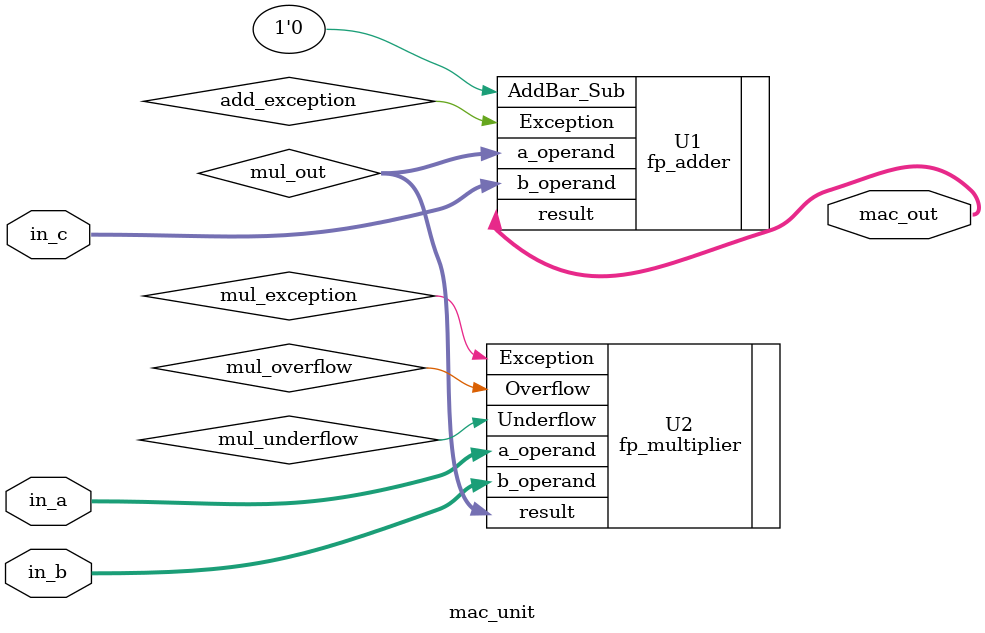
<source format=v>


module mac_unit #(
parameter BIT_WIDTH = 16,
parameter SIGN_WIDTH = 1,
parameter EXP_WIDTH = 8,
parameter MANT_WIDTH = 7,
parameter TRUNC_MANTISSA_MBM_BITS = 0
) (
	input     [BIT_WIDTH - 1:0] in_a, // multiplier input1
	input     [BIT_WIDTH - 1:0] in_b, // multiplier input2
	input     [BIT_WIDTH - 1:0] in_c, // adder input2 ; adder input1 = in_a*in_b
	output    [BIT_WIDTH - 1:0] mac_out,
	// output						exception, overflow, underflow
);

	wire [BIT_WIDTH - 1:0]	mul_out;
	wire add_exception, mul_exception, mul_overflow, mul_underflow;

	fp_adder #(
		.BIT_WIDTH		(BIT_WIDTH),
		.EXP_WIDTH		(EXP_WIDTH),
		.MANT_WIDTH		(MANT_WIDTH)
	) U1 (
		.a_operand		(mul_out),
		.b_operand		(in_c),
		.AddBar_Sub		(1'b0),
		.Exception		(add_exception),
		.result			(mac_out)
	);

	fp_multiplier #(
		.BIT_WIDTH					(BIT_WIDTH),
		.EXP_WIDTH					(EXP_WIDTH),
		.MANT_WIDTH					(MANT_WIDTH),
		.TRUNC_MANTISSA_MBM_BITS	(TRUNC_MANTISSA_MBM_BITS)
	) U2 (
		.a_operand					(in_a),
		.b_operand					(in_b),
		.Exception					(mul_exception),
		.Overflow					(mul_overflow),
		.Underflow					(mul_underflow),
		.result						(mul_out)
	);

	// assign exception	= add_exception | mul_exception;
	// assign overflow		= mul_overflow;
	// assign underflow	= mul_underflow;

endmodule	

</source>
